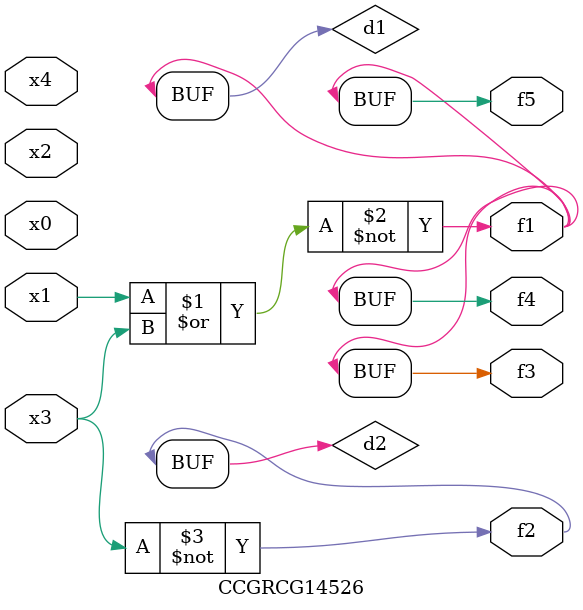
<source format=v>
module CCGRCG14526(
	input x0, x1, x2, x3, x4,
	output f1, f2, f3, f4, f5
);

	wire d1, d2;

	nor (d1, x1, x3);
	not (d2, x3);
	assign f1 = d1;
	assign f2 = d2;
	assign f3 = d1;
	assign f4 = d1;
	assign f5 = d1;
endmodule

</source>
